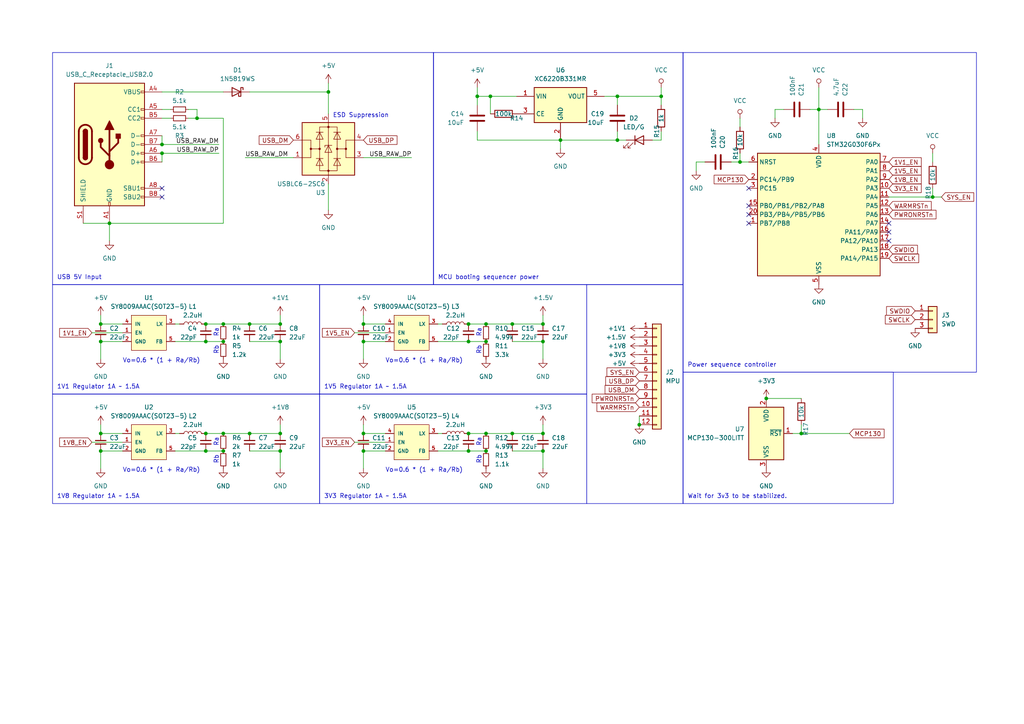
<source format=kicad_sch>
(kicad_sch (version 20230121) (generator eeschema)
  (paper "A4")
  (lib_symbols
    (symbol "Connector:USB_C_Receptacle_USB2.0" (pin_names (offset 1.016))
      (property "Reference" "J" (at -10.16 19.05 0))
      (property "Value" "USB_C_Receptacle_USB2.0" (at 19.05 19.05 0))
      (symbol "USB_C_Receptacle_USB2.0_1_1"
        (pin passive line (at 0 -22.86 90) (length 5.08) (name "GND") (number "A1"))
        (pin passive line (at 0 -22.86 90) (length 5.08) hide (name "GND") (number "A12"))
        (pin passive line (at 15.24 15.24 180) (length 5.08) (name "VBUS") (number "A4"))
        (pin bidirectional line (at 15.24 10.16 180) (length 5.08) (name "CC1") (number "A5"))
        (pin bidirectional line (at 15.24 -2.54 180) (length 5.08) (name "D+") (number "A6"))
        (pin bidirectional line (at 15.24 2.54 180) (length 5.08) (name "D-") (number "A7"))
        (pin bidirectional line (at 15.24 -12.7 180) (length 5.08) (name "SBU1") (number "A8"))
        (pin passive line (at 15.24 15.24 180) (length 5.08) hide (name "VBUS") (number "A9"))
        (pin passive line (at 0 -22.86 90) (length 5.08) hide (name "GND") (number "B1"))
        (pin passive line (at 0 -22.86 90) (length 5.08) hide (name "GND") (number "B12"))
        (pin passive line (at 15.24 15.24 180) (length 5.08) hide (name "VBUS") (number "B4"))
        (pin bidirectional line (at 15.24 7.62 180) (length 5.08) (name "CC2") (number "B5"))
        (pin bidirectional line (at 15.24 -5.08 180) (length 5.08) (name "D+") (number "B6"))
        (pin bidirectional line (at 15.24 0 180) (length 5.08) (name "D-") (number "B7"))
        (pin bidirectional line (at 15.24 -15.24 180) (length 5.08) (name "SBU2") (number "B8"))
        (pin passive line (at 15.24 15.24 180) (length 5.08) hide (name "VBUS") (number "B9"))
        (pin passive line (at -7.62 -22.86 90) (length 5.08) (name "SHIELD") (number "S1"))
      )
    )
    (symbol "Connector_Generic:Conn_01x03" (pin_names (offset 1.016) hide)
      (property "Reference" "J" (at 0 5.08 0))
      (property "Value" "Conn_01x03" (at 0 -5.08 0))
      (symbol "Conn_01x03_1_1"
        (pin passive line (at -5.08 2.54 0) (length 3.81) (name "Pin_1") (number "1"))
        (pin passive line (at -5.08 0 0) (length 3.81) (name "Pin_2") (number "2"))
        (pin passive line (at -5.08 -2.54 0) (length 3.81) (name "Pin_3") (number "3"))
      )
    )
    (symbol "Connector_Generic:Conn_01x12" (pin_names (offset 1.016) hide)
      (property "Reference" "J" (at 0 15.24 0))
      (property "Value" "Conn_01x12" (at 0 -17.78 0))
      (symbol "Conn_01x12_1_1"
        (pin passive line (at -5.08 12.7 0) (length 3.81) (name "Pin_1") (number "1"))
        (pin passive line (at -5.08 -10.16 0) (length 3.81) (name "Pin_10") (number "10"))
        (pin passive line (at -5.08 -12.7 0) (length 3.81) (name "Pin_11") (number "11"))
        (pin passive line (at -5.08 -15.24 0) (length 3.81) (name "Pin_12") (number "12"))
        (pin passive line (at -5.08 10.16 0) (length 3.81) (name "Pin_2") (number "2"))
        (pin passive line (at -5.08 7.62 0) (length 3.81) (name "Pin_3") (number "3"))
        (pin passive line (at -5.08 5.08 0) (length 3.81) (name "Pin_4") (number "4"))
        (pin passive line (at -5.08 2.54 0) (length 3.81) (name "Pin_5") (number "5"))
        (pin passive line (at -5.08 0 0) (length 3.81) (name "Pin_6") (number "6"))
        (pin passive line (at -5.08 -2.54 0) (length 3.81) (name "Pin_7") (number "7"))
        (pin passive line (at -5.08 -5.08 0) (length 3.81) (name "Pin_8") (number "8"))
        (pin passive line (at -5.08 -7.62 0) (length 3.81) (name "Pin_9") (number "9"))
      )
    )
    (symbol "Device:C" (pin_numbers hide) (pin_names (offset 0.254))
      (property "Reference" "C" (at 0.635 2.54 0))
      (property "Value" "C" (at 0.635 -2.54 0))
      (symbol "C_1_1"
        (pin passive line (at 0 3.81 270) (length 2.794) (name "~") (number "1"))
        (pin passive line (at 0 -3.81 90) (length 2.794) (name "~") (number "2"))
      )
    )
    (symbol "Device:C_Small" (pin_numbers hide) (pin_names (offset 0.254) hide)
      (property "Reference" "C" (at 0.254 1.778 0))
      (property "Value" "C_Small" (at 0.254 -2.032 0))
      (symbol "C_Small_1_1"
        (pin passive line (at 0 2.54 270) (length 2.032) (name "~") (number "1"))
        (pin passive line (at 0 -2.54 90) (length 2.032) (name "~") (number "2"))
      )
    )
    (symbol "Device:L" (pin_numbers hide) (pin_names (offset 1.016) hide)
      (property "Reference" "L" (at -1.27 0 90))
      (property "Value" "L" (at 1.905 0 90))
      (symbol "L_1_1"
        (pin passive line (at 0 3.81 270) (length 1.27) (name "1") (number "1"))
        (pin passive line (at 0 -3.81 90) (length 1.27) (name "2") (number "2"))
      )
    )
    (symbol "Device:LED" (pin_numbers hide) (pin_names (offset 1.016) hide)
      (property "Reference" "D" (at 0 2.54 0))
      (property "Value" "LED" (at 0 -2.54 0))
      (symbol "LED_1_1"
        (pin passive line (at -3.81 0 0) (length 2.54) (name "K") (number "1"))
        (pin passive line (at 3.81 0 180) (length 2.54) (name "A") (number "2"))
      )
    )
    (symbol "Device:R" (pin_numbers hide) (pin_names (offset 0))
      (property "Reference" "R" (at 2.032 0 90))
      (property "Value" "R" (at 0 0 90))
      (symbol "R_1_1"
        (pin passive line (at 0 3.81 270) (length 1.27) (name "~") (number "1"))
        (pin passive line (at 0 -3.81 90) (length 1.27) (name "~") (number "2"))
      )
    )
    (symbol "Device:R_Small" (pin_numbers hide) (pin_names (offset 0.254) hide)
      (property "Reference" "R" (at 0.762 0.508 0))
      (property "Value" "R_Small" (at 0.762 -1.016 0))
      (symbol "R_Small_1_1"
        (pin passive line (at 0 2.54 270) (length 0.762) (name "~") (number "1"))
        (pin passive line (at 0 -2.54 90) (length 0.762) (name "~") (number "2"))
      )
    )
    (symbol "Diode:1N5819WS" (pin_numbers hide) (pin_names (offset 1.016) hide)
      (property "Reference" "D" (at 0 2.54 0))
      (property "Value" "1N5819WS" (at 0 -2.54 0))
      (symbol "1N5819WS_1_1"
        (pin passive line (at -3.81 0 0) (length 2.54) (name "K") (number "1"))
        (pin passive line (at 3.81 0 180) (length 2.54) (name "A") (number "2"))
      )
    )
    (symbol "MCU_ST_STM32G0:STM32G030F6Px"
      (property "Reference" "U" (at -17.78 19.05 0))
      (property "Value" "STM32G030F6Px" (at 2.54 19.05 0))
      (symbol "STM32G030F6Px_1_1"
        (pin bidirectional line (at -20.32 -2.54 0) (length 2.54) (name "PB7/PB8") (number "1"))
        (pin bidirectional line (at 20.32 7.62 180) (length 2.54) (name "PA3") (number "10"))
        (pin bidirectional line (at 20.32 5.08 180) (length 2.54) (name "PA4") (number "11"))
        (pin bidirectional line (at 20.32 2.54 180) (length 2.54) (name "PA5") (number "12"))
        (pin bidirectional line (at 20.32 0 180) (length 2.54) (name "PA6") (number "13"))
        (pin bidirectional line (at 20.32 -2.54 180) (length 2.54) (name "PA7") (number "14"))
        (pin bidirectional line (at -20.32 2.54 0) (length 2.54) (name "PB0/PB1/PB2/PA8") (number "15"))
        (pin bidirectional line (at 20.32 -5.08 180) (length 2.54) (name "PA11/PA9") (number "16"))
        (pin bidirectional line (at 20.32 -7.62 180) (length 2.54) (name "PA12/PA10") (number "17"))
        (pin bidirectional line (at 20.32 -10.16 180) (length 2.54) (name "PA13") (number "18"))
        (pin bidirectional line (at 20.32 -12.7 180) (length 2.54) (name "PA14/PA15") (number "19"))
        (pin bidirectional line (at -20.32 10.16 0) (length 2.54) (name "PC14/PB9") (number "2"))
        (pin bidirectional line (at -20.32 0 0) (length 2.54) (name "PB3/PB4/PB5/PB6") (number "20"))
        (pin bidirectional line (at -20.32 7.62 0) (length 2.54) (name "PC15") (number "3"))
        (pin power_in line (at 0 20.32 270) (length 2.54) (name "VDD") (number "4"))
        (pin power_in line (at 0 -20.32 90) (length 2.54) (name "VSS") (number "5"))
        (pin input line (at -20.32 15.24 0) (length 2.54) (name "NRST") (number "6"))
        (pin bidirectional line (at 20.32 15.24 180) (length 2.54) (name "PA0") (number "7"))
        (pin bidirectional line (at 20.32 12.7 180) (length 2.54) (name "PA1") (number "8"))
        (pin bidirectional line (at 20.32 10.16 180) (length 2.54) (name "PA2") (number "9"))
      )
    )
    (symbol "OLIMEX_IC:SY8009AAAC(SOT23-5)" (pin_names (offset 1.016))
      (property "Reference" "U" (at -3.81 6.35 0))
      (property "Value" "SY8009AAAC(SOT23-5)" (at -10.16 -7.62 0))
      (symbol "SY8009AAAC(SOT23-5)_1_1"
        (pin input line (at -7.62 0 0) (length 2.54) (name "EN") (number "1"))
        (pin power_in line (at -7.62 -2.54 0) (length 2.54) (name "GND") (number "2"))
        (pin output line (at 7.62 2.54 180) (length 2.54) (name "LX") (number "3"))
        (pin input line (at -7.62 2.54 0) (length 2.54) (name "IN") (number "4"))
        (pin input line (at 7.62 -2.54 180) (length 2.54) (name "FB") (number "5"))
      )
    )
    (symbol "OLIMEX_Power:+1.5V" (power) (pin_names (offset 0))
      (property "Value" "+1.5V" (at 0 3.556 0))
      (symbol "+1.5V_1_1"
        (pin power_in line (at 0 0 90) (length 0) hide (name "+1.5V") (number "1"))
      )
    )
    (symbol "OLIMEX_Power:+1.8V" (power) (pin_names (offset 0))
      (property "Value" "+1.8V" (at 0 3.556 0))
      (symbol "+1.8V_1_1"
        (pin power_in line (at 0 0 90) (length 0) hide (name "+1V8") (number "1"))
      )
    )
    (symbol "OLIMEX_Power:+3.3V" (power) (pin_names (offset 0))
      (property "Value" "+3.3V" (at 0 3.556 0))
      (symbol "+3.3V_1_1"
        (pin power_in line (at 0 0 90) (length 0) hide (name "+3V3") (number "1"))
      )
    )
    (symbol "OLIMEX_Power:+5V" (power) (pin_names (offset 0))
      (property "Value" "+5V" (at 0 3.556 0))
      (symbol "+5V_1_1"
        (pin power_in line (at 0 0 90) (length 0) hide (name "+5V") (number "1"))
      )
    )
    (symbol "OLIMEX_Power:GND" (power) (pin_names (offset 0))
      (property "Value" "GND" (at 0 -3.81 0))
      (symbol "GND_1_1"
        (pin power_in line (at 0 0 270) (length 0) hide (name "GND") (number "1"))
      )
    )
    (symbol "OLIMEX_Power:VCC" (power) (pin_names (offset 0))
      (property "Value" "VCC" (at 0 3.81 0))
      (symbol "VCC_1_1"
        (pin power_in line (at 0 0 90) (length 0) hide (name "VCC") (number "1"))
      )
    )
    (symbol "Power_Protection:USBLC6-2SC6" (pin_names hide)
      (property "Reference" "U" (at 2.54 8.89 0))
      (property "Value" "USBLC6-2SC6" (at 2.54 -8.89 0))
      (symbol "USBLC6-2SC6_1_1"
        (pin passive line (at -10.16 -2.54 0) (length 2.54) (name "I/O1") (number "1"))
        (pin passive line (at 0 -10.16 90) (length 2.54) (name "GND") (number "2"))
        (pin passive line (at 10.16 -2.54 180) (length 2.54) (name "I/O2") (number "3"))
        (pin passive line (at 10.16 2.54 180) (length 2.54) (name "I/O2") (number "4"))
        (pin passive line (at 0 10.16 270) (length 2.54) (name "VBUS") (number "5"))
        (pin passive line (at -10.16 2.54 0) (length 2.54) (name "I/O1") (number "6"))
      )
    )
    (symbol "Power_Supervisor:MCP130-xxxxTT"
      (property "Reference" "U" (at -5.08 8.89 0))
      (property "Value" "MCP130-xxxxTT" (at 8.89 8.89 0))
      (symbol "MCP130-xxxxTT_1_1"
        (pin open_collector line (at 7.62 0 180) (length 2.54) (name "~{RST}") (number "1"))
        (pin power_in line (at 0 10.16 270) (length 2.54) (name "VDD") (number "2"))
        (pin power_in line (at 0 -10.16 90) (length 2.54) (name "VSS") (number "3"))
      )
    )
    (symbol "Regulator_Linear:XC6220B331MR"
      (property "Reference" "U" (at 0 8.89 0))
      (property "Value" "XC6220B331MR" (at 0 6.35 0))
      (symbol "XC6220B331MR_1_1"
        (pin power_in line (at -12.7 2.54 0) (length 5.08) (name "VIN") (number "1"))
        (pin power_in line (at 0 -10.16 90) (length 5.08) (name "GND") (number "2"))
        (pin input line (at -12.7 -2.54 0) (length 5.08) (name "CE") (number "3"))
        (pin no_connect line (at 7.62 -2.54 180) (length 5.08) hide (name "NC") (number "4"))
        (pin power_out line (at 12.7 2.54 180) (length 5.08) (name "VOUT") (number "5"))
      )
    )
    (symbol "power:+1V1" (power) (pin_names (offset 0))
      (property "Value" "+1V1" (at 0 3.556 0))
      (symbol "+1V1_1_1"
        (pin power_in line (at 0 0 90) (length 0) hide (name "+1V1") (number "1"))
      )
    )
    (symbol "power:GND" (power) (pin_names (offset 0))
      (property "Value" "GND" (at 0 -3.81 0))
      (symbol "GND_1_1"
        (pin power_in line (at 0 0 270) (length 0) hide (name "GND") (number "1"))
      )
    )
  )
  (junction (at 148.59 93.98))
  (junction (at 64.77 99.06))
  (junction (at 157.48 130.81))
  (junction (at 140.97 99.06))
  (junction (at 232.41 125.73))
  (junction (at 237.49 31.75))
  (junction (at 31.75 64.77))
  (junction (at 179.07 40.64))
  (junction (at 81.28 130.81))
  (junction (at 46.99 44.45))
  (junction (at 157.48 93.98))
  (junction (at 135.89 125.73))
  (junction (at 105.41 99.06))
  (junction (at 29.21 125.73))
  (junction (at 185.42 123.19))
  (junction (at 138.43 27.94))
  (junction (at 95.25 26.67))
  (junction (at 59.69 125.73))
  (junction (at 191.77 27.94))
  (junction (at 142.24 27.94))
  (junction (at 140.97 93.98))
  (junction (at 59.69 99.06))
  (junction (at 72.39 125.73))
  (junction (at 135.89 93.98))
  (junction (at 135.89 130.81))
  (junction (at 157.48 99.06))
  (junction (at 270.51 57.15))
  (junction (at 140.97 130.81))
  (junction (at 105.41 93.98))
  (junction (at 46.99 41.91))
  (junction (at 135.89 99.06))
  (junction (at 59.69 93.98))
  (junction (at 29.21 99.06))
  (junction (at 81.28 93.98))
  (junction (at 179.07 27.94))
  (junction (at 29.21 130.81))
  (junction (at 29.21 93.98))
  (junction (at 105.41 130.81))
  (junction (at 59.69 130.81))
  (junction (at 57.15 34.29))
  (junction (at 148.59 125.73))
  (junction (at 81.28 99.06))
  (junction (at 72.39 93.98))
  (junction (at 140.97 125.73))
  (junction (at 162.56 40.64))
  (junction (at 214.63 46.99))
  (junction (at 64.77 93.98))
  (junction (at 81.28 125.73))
  (junction (at 64.77 130.81))
  (junction (at 64.77 125.73))
  (junction (at 222.25 115.57))
  (junction (at 157.48 125.73))
  (junction (at 105.41 125.73))
  (no_connect (at 257.81 67.31))
  (no_connect (at 217.17 64.77))
  (no_connect (at 257.81 64.77))
  (no_connect (at 217.17 59.69))
  (no_connect (at 46.99 57.15))
  (no_connect (at 46.99 54.61))
  (no_connect (at 217.17 54.61))
  (no_connect (at 257.81 69.85))
  (no_connect (at 217.17 62.23))
  (wire (pts (xy 148.59 93.98) (xy 157.48 93.98)))
  (wire (pts (xy 95.25 53.34) (xy 95.25 60.96)))
  (wire (pts (xy 201.93 49.53) (xy 201.93 46.99)))
  (wire (pts (xy 29.21 99.06) (xy 29.21 104.14)))
  (wire (pts (xy 105.41 130.81) (xy 111.76 130.81)))
  (wire (pts (xy 46.99 26.67) (xy 64.77 26.67)))
  (wire (pts (xy 214.63 44.45) (xy 214.63 46.99)))
  (wire (pts (xy 138.43 27.94) (xy 138.43 30.48)))
  (wire (pts (xy 57.15 31.75) (xy 57.15 34.29)))
  (wire (pts (xy 135.89 99.06) (xy 140.97 99.06)))
  (wire (pts (xy 127 99.06) (xy 135.89 99.06)))
  (wire (pts (xy 191.77 25.4) (xy 191.77 27.94)))
  (wire (pts (xy 201.93 46.99) (xy 204.47 46.99)))
  (wire (pts (xy 105.41 130.81) (xy 105.41 135.89)))
  (wire (pts (xy 179.07 40.64) (xy 181.61 40.64)))
  (wire (pts (xy 224.79 31.75) (xy 227.33 31.75)))
  (wire (pts (xy 179.07 30.48) (xy 179.07 27.94)))
  (wire (pts (xy 191.77 27.94) (xy 191.77 30.48)))
  (wire (pts (xy 81.28 91.44) (xy 81.28 93.98)))
  (wire (pts (xy 46.99 46.99) (xy 46.99 44.45)))
  (wire (pts (xy 81.28 104.14) (xy 81.28 99.06)))
  (wire (pts (xy 138.43 25.4) (xy 138.43 27.94)))
  (wire (pts (xy 59.69 99.06) (xy 64.77 99.06)))
  (wire (pts (xy 270.51 44.45) (xy 270.51 46.99)))
  (wire (pts (xy 234.95 31.75) (xy 237.49 31.75)))
  (wire (pts (xy 127 130.81) (xy 135.89 130.81)))
  (wire (pts (xy 29.21 99.06) (xy 35.56 99.06)))
  (wire (pts (xy 157.48 99.06) (xy 148.59 99.06)))
  (wire (pts (xy 240.03 31.75) (xy 237.49 31.75)))
  (wire (pts (xy 64.77 34.29) (xy 57.15 34.29)))
  (wire (pts (xy 59.69 93.98) (xy 64.77 93.98)))
  (wire (pts (xy 135.89 93.98) (xy 140.97 93.98)))
  (wire (pts (xy 29.21 130.81) (xy 35.56 130.81)))
  (wire (pts (xy 46.99 44.45) (xy 63.5 44.45)))
  (wire (pts (xy 179.07 27.94) (xy 175.26 27.94)))
  (wire (pts (xy 273.05 57.15) (xy 270.51 57.15)))
  (wire (pts (xy 64.77 64.77) (xy 31.75 64.77)))
  (wire (pts (xy 59.69 125.73) (xy 64.77 125.73)))
  (wire (pts (xy 138.43 27.94) (xy 142.24 27.94)))
  (wire (pts (xy 157.48 91.44) (xy 157.48 93.98)))
  (wire (pts (xy 191.77 38.1) (xy 191.77 40.64)))
  (wire (pts (xy 128.27 125.73) (xy 127 125.73)))
  (wire (pts (xy 212.09 46.99) (xy 214.63 46.99)))
  (wire (pts (xy 237.49 31.75) (xy 237.49 41.91)))
  (wire (pts (xy 64.77 34.29) (xy 64.77 64.77)))
  (wire (pts (xy 140.97 125.73) (xy 148.59 125.73)))
  (wire (pts (xy 26.67 96.52) (xy 35.56 96.52)))
  (wire (pts (xy 54.61 31.75) (xy 57.15 31.75)))
  (wire (pts (xy 237.49 25.4) (xy 237.49 31.75)))
  (wire (pts (xy 142.24 27.94) (xy 149.86 27.94)))
  (wire (pts (xy 72.39 125.73) (xy 81.28 125.73)))
  (wire (pts (xy 64.77 125.73) (xy 72.39 125.73)))
  (wire (pts (xy 102.87 96.52) (xy 111.76 96.52)))
  (wire (pts (xy 179.07 27.94) (xy 191.77 27.94)))
  (wire (pts (xy 26.67 128.27) (xy 35.56 128.27)))
  (wire (pts (xy 72.39 26.67) (xy 95.25 26.67)))
  (wire (pts (xy 31.75 69.85) (xy 31.75 64.77)))
  (wire (pts (xy 128.27 93.98) (xy 127 93.98)))
  (wire (pts (xy 105.41 99.06) (xy 111.76 99.06)))
  (wire (pts (xy 138.43 40.64) (xy 162.56 40.64)))
  (wire (pts (xy 162.56 43.18) (xy 162.56 40.64)))
  (wire (pts (xy 105.41 93.98) (xy 111.76 93.98)))
  (wire (pts (xy 135.89 125.73) (xy 140.97 125.73)))
  (wire (pts (xy 29.21 93.98) (xy 35.56 93.98)))
  (wire (pts (xy 71.12 45.72) (xy 85.09 45.72)))
  (wire (pts (xy 54.61 34.29) (xy 57.15 34.29)))
  (wire (pts (xy 49.53 34.29) (xy 46.99 34.29)))
  (wire (pts (xy 232.41 123.19) (xy 232.41 125.73)))
  (wire (pts (xy 72.39 93.98) (xy 81.28 93.98)))
  (wire (pts (xy 29.21 130.81) (xy 29.21 135.89)))
  (wire (pts (xy 29.21 125.73) (xy 35.56 125.73)))
  (wire (pts (xy 50.8 130.81) (xy 59.69 130.81)))
  (wire (pts (xy 185.42 120.65) (xy 185.42 123.19)))
  (wire (pts (xy 270.51 54.61) (xy 270.51 57.15)))
  (wire (pts (xy 50.8 99.06) (xy 59.69 99.06)))
  (wire (pts (xy 270.51 57.15) (xy 257.81 57.15)))
  (wire (pts (xy 222.25 115.57) (xy 232.41 115.57)))
  (wire (pts (xy 105.41 125.73) (xy 111.76 125.73)))
  (wire (pts (xy 29.21 123.19) (xy 29.21 125.73)))
  (wire (pts (xy 138.43 38.1) (xy 138.43 40.64)))
  (wire (pts (xy 49.53 31.75) (xy 46.99 31.75)))
  (wire (pts (xy 81.28 123.19) (xy 81.28 125.73)))
  (wire (pts (xy 95.25 33.02) (xy 95.25 26.67)))
  (wire (pts (xy 105.41 123.19) (xy 105.41 125.73)))
  (wire (pts (xy 157.48 135.89) (xy 157.48 130.81)))
  (wire (pts (xy 119.38 45.72) (xy 105.41 45.72)))
  (wire (pts (xy 214.63 34.29) (xy 214.63 36.83)))
  (wire (pts (xy 52.07 93.98) (xy 50.8 93.98)))
  (wire (pts (xy 214.63 46.99) (xy 217.17 46.99)))
  (wire (pts (xy 59.69 130.81) (xy 64.77 130.81)))
  (wire (pts (xy 142.24 27.94) (xy 142.24 33.02)))
  (wire (pts (xy 81.28 130.81) (xy 72.39 130.81)))
  (wire (pts (xy 102.87 128.27) (xy 111.76 128.27)))
  (wire (pts (xy 24.13 64.77) (xy 31.75 64.77)))
  (wire (pts (xy 81.28 99.06) (xy 72.39 99.06)))
  (wire (pts (xy 191.77 40.64) (xy 189.23 40.64)))
  (wire (pts (xy 157.48 104.14) (xy 157.48 99.06)))
  (wire (pts (xy 64.77 93.98) (xy 72.39 93.98)))
  (wire (pts (xy 135.89 130.81) (xy 140.97 130.81)))
  (wire (pts (xy 232.41 125.73) (xy 246.38 125.73)))
  (wire (pts (xy 148.59 125.73) (xy 157.48 125.73)))
  (wire (pts (xy 81.28 135.89) (xy 81.28 130.81)))
  (wire (pts (xy 250.19 34.29) (xy 250.19 31.75)))
  (wire (pts (xy 105.41 99.06) (xy 105.41 104.14)))
  (wire (pts (xy 46.99 41.91) (xy 63.5 41.91)))
  (wire (pts (xy 229.87 125.73) (xy 232.41 125.73)))
  (wire (pts (xy 250.19 31.75) (xy 247.65 31.75)))
  (wire (pts (xy 162.56 40.64) (xy 179.07 40.64)))
  (wire (pts (xy 29.21 91.44) (xy 29.21 93.98)))
  (wire (pts (xy 105.41 91.44) (xy 105.41 93.98)))
  (wire (pts (xy 224.79 34.29) (xy 224.79 31.75)))
  (wire (pts (xy 46.99 39.37) (xy 46.99 41.91)))
  (wire (pts (xy 52.07 125.73) (xy 50.8 125.73)))
  (wire (pts (xy 179.07 38.1) (xy 179.07 40.64)))
  (wire (pts (xy 95.25 24.13) (xy 95.25 26.67)))
  (wire (pts (xy 140.97 93.98) (xy 148.59 93.98)))
  (wire (pts (xy 157.48 123.19) (xy 157.48 125.73)))
  (wire (pts (xy 157.48 130.81) (xy 148.59 130.81)))
  (rectangle (start 92.71 82.55) (end 170.18 114.3))
  (rectangle (start 198.12 107.95) (end 259.08 146.05))
  (rectangle (start 15.24 82.55) (end 92.71 114.3))
  (rectangle (start 125.73 15.24) (end 198.12 82.55))
  (rectangle (start 15.24 15.24) (end 125.73 82.55))
  (rectangle (start 92.71 114.3) (end 170.18 146.05))
  (rectangle (start 15.24 114.3) (end 92.71 146.05))
  (rectangle (start 170.18 82.55) (end 198.12 146.05))
  (rectangle (start 198.12 15.24) (end 283.21 107.95))
  (text "Ra" (at 63.5 129.54 90) (effects (font (size 1.27 1.27)) (justify left bottom)))
  (text "Rb" (at 63.5 102.87 90) (effects (font (size 1.27 1.27)) (justify left bottom)))
  (text "Rb" (at 139.7 102.87 90) (effects (font (size 1.27 1.27)) (justify left bottom)))
  (text "MCU booting sequencer power" (at 127 81.28 0) (effects (font (size 1.27 1.27)) (justify left bottom)))
  (text "1V5 Regulator 1A ~ 1.5A" (at 93.98 113.03 0) (effects (font (size 1.27 1.27)) (justify left bottom)))
  (text "Vo=0.6 * (1 + Ra/Rb)" (at 35.56 137.16 0) (effects (font (size 1.27 1.27)) (justify left bottom)))
  (text "1V8 Regulator 1A ~ 1.5A" (at 16.51 144.78 0) (effects (font (size 1.27 1.27)) (justify left bottom)))
  (text "Rb" (at 63.5 134.62 90) (effects (font (size 1.27 1.27)) (justify left bottom)))
  (text "Vo=0.6 * (1 + Ra/Rb)" (at 35.56 105.41 0) (effects (font (size 1.27 1.27)) (justify left bottom)))
  (text "Ra" (at 63.5 97.79 90) (effects (font (size 1.27 1.27)) (justify left bottom)))
  (text "3V3 Regulator 1A ~ 1.5A" (at 93.98 144.78 0) (effects (font (size 1.27 1.27)) (justify left bottom)))
  (text "Ra" (at 139.7 97.79 90) (effects (font (size 1.27 1.27)) (justify left bottom)))
  (text "ESD Suppression" (at 96.52 34.29 0) (effects (font (size 1.27 1.27)) (justify left bottom)))
  (text "Vo=0.6 * (1 + Ra/Rb)" (at 111.76 105.41 0) (effects (font (size 1.27 1.27)) (justify left bottom)))
  (text "USB 5V Input" (at 16.51 81.28 0) (effects (font (size 1.27 1.27)) (justify left bottom)))
  (text "Rb" (at 139.7 134.62 90) (effects (font (size 1.27 1.27)) (justify left bottom)))
  (text "Vo=0.6 * (1 + Ra/Rb)" (at 111.76 137.16 0) (effects (font (size 1.27 1.27)) (justify left bottom)))
  (text "Power sequence controller" (at 199.39 106.68 0) (effects (font (size 1.27 1.27)) (justify left bottom)))
  (text "Ra" (at 139.7 129.54 90) (effects (font (size 1.27 1.27)) (justify left bottom)))
  (text "1V1 Regulator 1A ~ 1.5A" (at 16.51 113.03 0) (effects (font (size 1.27 1.27)) (justify left bottom)))
  (text "Wait for 3v3 to be stabilized." (at 199.39 144.78 0) (effects (font (size 1.27 1.27)) (justify left bottom)))
  (label "USB_RAW_DP" (at 63.5 44.45 180))
  (label "USB_RAW_DM" (at 63.5 41.91 180))
  (label "USB_RAW_DP" (at 119.38 45.72 180))
  (label "USB_RAW_DM" (at 71.12 45.72 0))
  (global_label "3V3_EN" (shape input) (at 102.87 128.27 180) (property "Intersheetrefs" "${INTERSHEET_REFS}" (effects hide)))
  (global_label "SYS_EN" (shape input) (at 185.42 107.95 180) (property "Intersheetrefs" "${INTERSHEET_REFS}" (effects hide)))
  (global_label "USB_DP" (shape input) (at 105.41 40.64 0) (property "Intersheetrefs" "${INTERSHEET_REFS}" (effects hide)))
  (global_label "SWCLK" (shape input) (at 257.81 74.93 0) (property "Intersheetrefs" "${INTERSHEET_REFS}" (effects hide)))
  (global_label "1V5_EN" (shape input) (at 102.87 96.52 180) (property "Intersheetrefs" "${INTERSHEET_REFS}" (effects hide)))
  (global_label "WARMRSTn" (shape input) (at 185.42 118.11 180) (property "Intersheetrefs" "${INTERSHEET_REFS}" (effects hide)))
  (global_label "PWRONRSTn" (shape input) (at 185.42 115.57 180) (property "Intersheetrefs" "${INTERSHEET_REFS}" (effects hide)))
  (global_label "PWRONRSTn" (shape input) (at 257.81 62.23 0) (property "Intersheetrefs" "${INTERSHEET_REFS}" (effects hide)))
  (global_label "1V1_EN" (shape input) (at 257.81 46.99 0) (property "Intersheetrefs" "${INTERSHEET_REFS}" (effects hide)))
  (global_label "SYS_EN" (shape input) (at 273.05 57.15 0) (property "Intersheetrefs" "${INTERSHEET_REFS}" (effects hide)))
  (global_label "MCP130" (shape input) (at 217.17 52.07 180) (property "Intersheetrefs" "${INTERSHEET_REFS}" (effects hide)))
  (global_label "SWDIO" (shape input) (at 265.43 90.17 180) (property "Intersheetrefs" "${INTERSHEET_REFS}" (effects hide)))
  (global_label "USB_DM" (shape input) (at 185.42 113.03 180) (property "Intersheetrefs" "${INTERSHEET_REFS}" (effects hide)))
  (global_label "1V1_EN" (shape input) (at 26.67 96.52 180) (property "Intersheetrefs" "${INTERSHEET_REFS}" (effects hide)))
  (global_label "1V8_EN" (shape input) (at 26.67 128.27 180) (property "Intersheetrefs" "${INTERSHEET_REFS}" (effects hide)))
  (global_label "SWCLK" (shape input) (at 265.43 92.71 180) (property "Intersheetrefs" "${INTERSHEET_REFS}" (effects hide)))
  (global_label "3V3_EN" (shape input) (at 257.81 54.61 0) (property "Intersheetrefs" "${INTERSHEET_REFS}" (effects hide)))
  (global_label "USB_DM" (shape input) (at 85.09 40.64 180) (property "Intersheetrefs" "${INTERSHEET_REFS}" (effects hide)))
  (global_label "1V5_EN" (shape input) (at 257.81 49.53 0) (property "Intersheetrefs" "${INTERSHEET_REFS}" (effects hide)))
  (global_label "USB_DP" (shape input) (at 185.42 110.49 180) (property "Intersheetrefs" "${INTERSHEET_REFS}" (effects hide)))
  (global_label "MCP130" (shape input) (at 246.38 125.73 0) (property "Intersheetrefs" "${INTERSHEET_REFS}" (effects hide)))
  (global_label "SWDIO" (shape input) (at 257.81 72.39 0) (property "Intersheetrefs" "${INTERSHEET_REFS}" (effects hide)))
  (global_label "WARMRSTn" (shape input) (at 257.81 59.69 0) (property "Intersheetrefs" "${INTERSHEET_REFS}" (effects hide)))
  (global_label "1V8_EN" (shape input) (at 257.81 52.07 0) (property "Intersheetrefs" "${INTERSHEET_REFS}" (effects hide)))
  (symbol (lib_id "Power_Supervisor:MCP130-xxxxTT") (at 222.25 125.73 0) (unit 1)
    (property "Reference" "U7" (at 215.9 124.46 0) (effects (justify right)))
    (property "Value" "MCP130-300LITT" (at 215.9 127 0) (effects (justify right)))
    (property "Footprint" "Package_TO_SOT_SMD:SOT-23" (effects hide))
    (property "Datasheet" "http://ww1.microchip.com/downloads/en/DeviceDoc/11184d.pdf" (effects hide))
  )
  (symbol (lib_id "power:+1V1") (at 81.28 91.44 0) (unit 1)
    (property "Reference" "#PWR08" (effects hide))
    (property "Value" "+1V1" (at 81.28 86.36 0))
  )
  (symbol (lib_id "OLIMEX_Power:+5V") (at 29.21 91.44 0) (unit 1)
    (property "Reference" "#PWR01" (effects hide))
    (property "Value" "+5V" (at 29.21 86.36 0))
  )
  (symbol (lib_id "OLIMEX_Power:+1.8V") (at 81.28 123.19 0) (unit 1)
    (property "Reference" "#PWR010" (effects hide))
    (property "Value" "+1.8V" (at 81.28 118.11 0))
  )
  (symbol (lib_id "OLIMEX_Power:GND") (at 105.41 135.89 0) (unit 1)
    (property "Reference" "#PWR017" (effects hide))
    (property "Value" "GND" (at 105.41 140.97 0))
  )
  (symbol (lib_id "Device:L") (at 55.88 93.98 90) (unit 1)
    (property "Reference" "L1" (at 55.88 88.9 90))
    (property "Value" "2.2uH" (at 55.88 91.44 90))
    (property "Footprint" "Inductor_SMD:L_0805_2012Metric" (effects hide))
  )
  (symbol (lib_id "Device:R_Small") (at 140.97 101.6 0) (unit 1)
    (property "Reference" "R11" (at 143.51 100.33 0) (effects (justify left)))
    (property "Value" "3.3k" (at 143.51 102.87 0) (effects (justify left)))
    (property "Footprint" "Resistor_SMD:R_0402_1005Metric" (effects hide))
  )
  (symbol (lib_id "Device:C_Small") (at 81.28 96.52 0) (unit 1)
    (property "Reference" "C8" (at 83.82 95.2563 0) (effects (justify left)))
    (property "Value" "22uF" (at 83.82 97.7963 0) (effects (justify left)))
    (property "Footprint" "Capacitor_SMD:C_0402_1005Metric" (effects hide))
  )
  (symbol (lib_id "Diode:1N5819WS") (at 68.58 26.67 0) (mirror y) (unit 1)
    (property "Reference" "D1" (at 68.8975 20.32 0))
    (property "Value" "1N5819WS" (at 68.8975 22.86 0))
    (property "Footprint" "Diode_SMD:D_SOD-323" (effects hide))
    (property "Datasheet" "https://datasheet.lcsc.com/lcsc/2204281430_Guangdong-Hottech-1N5819WS_C191023.pdf" (effects hide))
  )
  (symbol (lib_id "Device:C_Small") (at 157.48 96.52 0) (unit 1)
    (property "Reference" "C17" (at 160.02 95.2563 0) (effects (justify left)))
    (property "Value" "22uF" (at 160.02 97.7963 0) (effects (justify left)))
    (property "Footprint" "Capacitor_SMD:C_0402_1005Metric" (effects hide))
  )
  (symbol (lib_id "Device:C") (at 208.28 46.99 270) (mirror x) (unit 1)
    (property "Reference" "C20" (at 209.55 43.18 0) (effects (justify left)))
    (property "Value" "100nF" (at 207.01 43.18 0) (effects (justify left)))
    (property "Footprint" "Capacitor_SMD:C_0402_1005Metric" (effects hide))
  )
  (symbol (lib_id "OLIMEX_Power:VCC") (at 237.49 25.4 0) (unit 1)
    (property "Reference" "#PWR038" (effects hide))
    (property "Value" "VCC" (at 237.49 20.32 0))
  )
  (symbol (lib_id "Device:R_Small") (at 64.77 96.52 0) (unit 1)
    (property "Reference" "R4" (at 67.31 95.25 0) (effects (justify left)))
    (property "Value" "1k" (at 67.31 97.79 0) (effects (justify left)))
    (property "Footprint" "Resistor_SMD:R_0402_1005Metric" (effects hide))
  )
  (symbol (lib_id "OLIMEX_Power:+3.3V") (at 185.42 102.87 90) (unit 1)
    (property "Reference" "#PWR029" (effects hide))
    (property "Value" "+3.3V" (at 181.61 102.87 90) (effects (justify left)))
  )
  (symbol (lib_id "OLIMEX_Power:+3.3V") (at 157.48 123.19 0) (unit 1)
    (property "Reference" "#PWR023" (effects hide))
    (property "Value" "+3.3V" (at 157.48 118.11 0))
  )
  (symbol (lib_id "OLIMEX_Power:GND") (at 140.97 135.89 0) (unit 1)
    (property "Reference" "#PWR020" (effects hide))
    (property "Value" "GND" (at 140.97 140.97 0))
  )
  (symbol (lib_id "Power_Protection:USBLC6-2SC6") (at 95.25 43.18 0) (unit 1)
    (property "Reference" "U3" (at 94.3611 55.88 0) (effects (justify right)))
    (property "Value" "USBLC6-2SC6" (at 94.3611 53.34 0) (effects (justify right)))
    (property "Footprint" "Package_TO_SOT_SMD:SOT-23-6" (effects hide))
    (property "Datasheet" "https://www.st.com/resource/en/datasheet/usblc6-2.pdf" (effects hide))
  )
  (symbol (lib_id "Device:R") (at 191.77 34.29 180) (unit 1)
    (property "Reference" "R15" (at 190.5 38.1 90))
    (property "Value" "1k" (at 191.77 34.29 90))
    (property "Footprint" "Resistor_SMD:R_0603_1608Metric" (effects hide))
  )
  (symbol (lib_id "OLIMEX_Power:GND") (at 105.41 104.14 0) (unit 1)
    (property "Reference" "#PWR015" (effects hide))
    (property "Value" "GND" (at 105.41 109.22 0))
  )
  (symbol (lib_id "Device:C_Small") (at 72.39 128.27 0) (unit 1)
    (property "Reference" "C7" (at 74.93 127.0063 0) (effects (justify left)))
    (property "Value" "22uF" (at 74.93 129.5463 0) (effects (justify left)))
    (property "Footprint" "Capacitor_SMD:C_0402_1005Metric" (effects hide))
  )
  (symbol (lib_id "power:GND") (at 224.79 34.29 0) (unit 1)
    (property "Reference" "#PWR037" (effects hide))
    (property "Value" "GND" (at 224.79 39.37 0))
  )
  (symbol (lib_id "Device:C_Small") (at 135.89 96.52 0) (mirror y) (unit 1)
    (property "Reference" "C12" (at 133.35 95.2563 0) (effects (justify left)))
    (property "Value" "22pF" (at 133.35 97.7963 0) (effects (justify left)))
    (property "Footprint" "Capacitor_SMD:C_0402_1005Metric" (effects hide))
  )
  (symbol (lib_id "OLIMEX_Power:+1.5V") (at 157.48 91.44 0) (unit 1)
    (property "Reference" "#PWR021" (effects hide))
    (property "Value" "+1.5V" (at 157.48 86.36 0))
  )
  (symbol (lib_id "OLIMEX_Power:VCC") (at 191.77 25.4 0) (unit 1)
    (property "Reference" "#PWR032" (effects hide))
    (property "Value" "VCC" (at 191.77 20.32 0))
  )
  (symbol (lib_id "Device:R_Small") (at 64.77 128.27 0) (unit 1)
    (property "Reference" "R6" (at 67.31 127 0) (effects (justify left)))
    (property "Value" "2k" (at 67.31 129.54 0) (effects (justify left)))
    (property "Footprint" "Resistor_SMD:R_0402_1005Metric" (effects hide))
  )
  (symbol (lib_id "OLIMEX_Power:GND") (at 157.48 135.89 0) (unit 1)
    (property "Reference" "#PWR024" (effects hide))
    (property "Value" "GND" (at 157.48 140.97 0))
  )
  (symbol (lib_id "Regulator_Linear:XC6220B331MR") (at 162.56 30.48 0) (unit 1)
    (property "Reference" "U6" (at 162.56 20.32 0))
    (property "Value" "XC6220B331MR" (at 162.56 22.86 0))
    (property "Footprint" "Package_TO_SOT_SMD:SOT-23-5" (effects hide))
    (property "Datasheet" "https://www.torexsemi.com/file/xc6220/XC6220.pdf" (effects hide))
  )
  (symbol (lib_id "OLIMEX_Power:+1.8V") (at 185.42 100.33 90) (unit 1)
    (property "Reference" "#PWR028" (effects hide))
    (property "Value" "+1.8V" (at 181.61 100.33 90) (effects (justify left)))
  )
  (symbol (lib_id "Device:R") (at 146.05 33.02 270) (unit 1)
    (property "Reference" "R14" (at 149.86 34.29 90))
    (property "Value" "100k" (at 146.05 33.02 90))
    (property "Footprint" "Resistor_SMD:R_0603_1608Metric" (effects hide))
  )
  (symbol (lib_id "Device:C") (at 179.07 34.29 0) (mirror y) (unit 1)
    (property "Reference" "C19" (at 175.26 33.02 0) (effects (justify left)))
    (property "Value" "10uF" (at 175.26 35.56 0) (effects (justify left)))
    (property "Footprint" "Capacitor_SMD:C_0603_1608Metric" (effects hide))
  )
  (symbol (lib_id "Device:C_Small") (at 148.59 128.27 0) (unit 1)
    (property "Reference" "C16" (at 151.13 127.0063 0) (effects (justify left)))
    (property "Value" "22uF" (at 151.13 129.5463 0) (effects (justify left)))
    (property "Footprint" "Capacitor_SMD:C_0402_1005Metric" (effects hide))
  )
  (symbol (lib_id "OLIMEX_Power:GND") (at 157.48 104.14 0) (unit 1)
    (property "Reference" "#PWR022" (effects hide))
    (property "Value" "GND" (at 157.48 109.22 0))
  )
  (symbol (lib_id "Device:R") (at 214.63 40.64 180) (unit 1)
    (property "Reference" "R16" (at 213.36 44.45 90))
    (property "Value" "10k" (at 214.63 40.64 90))
    (property "Footprint" "Resistor_SMD:R_0402_1005Metric" (effects hide))
  )
  (symbol (lib_id "Device:R") (at 270.51 50.8 180) (unit 1)
    (property "Reference" "R18" (at 269.24 55.88 90))
    (property "Value" "10k" (at 270.51 50.8 90))
    (property "Footprint" "Resistor_SMD:R_0402_1005Metric" (effects hide))
  )
  (symbol (lib_id "Device:R_Small") (at 140.97 128.27 0) (unit 1)
    (property "Reference" "R12" (at 143.51 127 0) (effects (justify left)))
    (property "Value" "4.99k" (at 143.51 129.54 0) (effects (justify left)))
    (property "Footprint" "Resistor_SMD:R_0402_1005Metric" (effects hide))
  )
  (symbol (lib_id "OLIMEX_IC:SY8009AAAC(SOT23-5)") (at 119.38 96.52 0) (unit 1)
    (property "Reference" "U4" (at 119.38 86.36 0))
    (property "Value" "SY8009AAAC(SOT23-5)" (at 119.38 88.9 0))
    (property "Footprint" "OLIMEX_IC-FP:SOT-23-5" (effects hide))
  )
  (symbol (lib_id "OLIMEX_Power:GND") (at 81.28 104.14 0) (unit 1)
    (property "Reference" "#PWR09" (effects hide))
    (property "Value" "GND" (at 81.28 109.22 0))
  )
  (symbol (lib_id "Device:C_Small") (at 135.89 128.27 0) (mirror y) (unit 1)
    (property "Reference" "C13" (at 133.35 127.0063 0) (effects (justify left)))
    (property "Value" "22pF" (at 133.35 129.5463 0) (effects (justify left)))
    (property "Footprint" "Capacitor_SMD:C_0402_1005Metric" (effects hide))
  )
  (symbol (lib_id "OLIMEX_Power:GND") (at 64.77 104.14 0) (unit 1)
    (property "Reference" "#PWR06" (effects hide))
    (property "Value" "GND" (at 64.77 109.22 0))
  )
  (symbol (lib_id "OLIMEX_IC:SY8009AAAC(SOT23-5)") (at 43.18 128.27 0) (unit 1)
    (property "Reference" "U2" (at 43.18 118.11 0))
    (property "Value" "SY8009AAAC(SOT23-5)" (at 43.18 120.65 0))
    (property "Footprint" "OLIMEX_IC-FP:SOT-23-5" (effects hide))
  )
  (symbol (lib_id "OLIMEX_Power:GND") (at 31.75 69.85 0) (unit 1)
    (property "Reference" "#PWR05" (effects hide))
    (property "Value" "GND" (at 31.75 74.93 0))
  )
  (symbol (lib_id "Device:L") (at 132.08 93.98 90) (unit 1)
    (property "Reference" "L3" (at 132.08 88.9 90))
    (property "Value" "2.2uH" (at 132.08 91.44 90))
    (property "Footprint" "Inductor_SMD:L_0805_2012Metric" (effects hide))
  )
  (symbol (lib_id "Device:R_Small") (at 52.07 34.29 90) (mirror x) (unit 1)
    (property "Reference" "R3" (at 52.07 39.37 90))
    (property "Value" "5.1k" (at 52.07 36.83 90))
    (property "Footprint" "Resistor_SMD:R_0603_1608Metric" (effects hide))
  )
  (symbol (lib_id "power:+1V1") (at 185.42 95.25 90) (unit 1)
    (property "Reference" "#PWR026" (effects hide))
    (property "Value" "+1V1" (at 181.61 95.25 90) (effects (justify left)))
  )
  (symbol (lib_id "Device:C") (at 231.14 31.75 270) (mirror x) (unit 1)
    (property "Reference" "C21" (at 232.41 27.94 0) (effects (justify left)))
    (property "Value" "100nF" (at 229.87 27.94 0) (effects (justify left)))
    (property "Footprint" "Capacitor_SMD:C_0402_1005Metric" (effects hide))
  )
  (symbol (lib_id "OLIMEX_Power:+3.3V") (at 222.25 115.57 0) (unit 1)
    (property "Reference" "#PWR035" (effects hide))
    (property "Value" "+3.3V" (at 222.25 110.49 0))
  )
  (symbol (lib_id "Device:C_Small") (at 105.41 96.52 0) (unit 1)
    (property "Reference" "C10" (at 107.95 95.2563 0) (effects (justify left)))
    (property "Value" "22uF" (at 107.95 97.7963 0) (effects (justify left)))
    (property "Footprint" "Capacitor_SMD:C_0402_1005Metric" (effects hide))
  )
  (symbol (lib_id "OLIMEX_Power:+5V") (at 105.41 123.19 0) (unit 1)
    (property "Reference" "#PWR016" (effects hide))
    (property "Value" "+5V" (at 105.41 118.11 0))
  )
  (symbol (lib_id "OLIMEX_Power:VCC") (at 270.51 44.45 0) (unit 1)
    (property "Reference" "#PWR042" (effects hide))
    (property "Value" "VCC" (at 270.51 39.37 0))
  )
  (symbol (lib_id "Device:C_Small") (at 59.69 96.52 0) (mirror y) (unit 1)
    (property "Reference" "C4" (at 57.15 95.2563 0) (effects (justify left)))
    (property "Value" "22pF" (at 57.15 97.7963 0) (effects (justify left)))
    (property "Footprint" "Capacitor_SMD:C_0402_1005Metric" (effects hide))
  )
  (symbol (lib_id "OLIMEX_Power:+5V") (at 29.21 123.19 0) (unit 1)
    (property "Reference" "#PWR03" (effects hide))
    (property "Value" "+5V" (at 29.21 118.11 0))
  )
  (symbol (lib_id "power:GND") (at 201.93 49.53 0) (unit 1)
    (property "Reference" "#PWR033" (effects hide))
    (property "Value" "GND" (at 201.93 54.61 0))
  )
  (symbol (lib_id "power:GND") (at 250.19 34.29 0) (mirror y) (unit 1)
    (property "Reference" "#PWR040" (effects hide))
    (property "Value" "GND" (at 250.19 39.37 0))
  )
  (symbol (lib_id "Device:R_Small") (at 52.07 31.75 90) (unit 1)
    (property "Reference" "R2" (at 52.07 26.67 90))
    (property "Value" "5.1k" (at 52.07 29.21 90))
    (property "Footprint" "Resistor_SMD:R_0603_1608Metric" (effects hide))
  )
  (symbol (lib_id "OLIMEX_Power:GND") (at 81.28 135.89 0) (unit 1)
    (property "Reference" "#PWR011" (effects hide))
    (property "Value" "GND" (at 81.28 140.97 0))
  )
  (symbol (lib_id "OLIMEX_Power:VCC") (at 214.63 34.29 0) (unit 1)
    (property "Reference" "#PWR034" (effects hide))
    (property "Value" "VCC" (at 214.63 29.21 0))
  )
  (symbol (lib_id "OLIMEX_Power:+5V") (at 185.42 105.41 90) (unit 1)
    (property "Reference" "#PWR030" (effects hide))
    (property "Value" "+5V" (at 181.61 105.41 90) (effects (justify left)))
  )
  (symbol (lib_id "OLIMEX_Power:GND") (at 265.43 95.25 0) (unit 1)
    (property "Reference" "#PWR041" (effects hide))
    (property "Value" "GND" (at 265.43 100.33 0))
  )
  (symbol (lib_id "OLIMEX_Power:+5V") (at 138.43 25.4 0) (unit 1)
    (property "Reference" "#PWR018" (effects hide))
    (property "Value" "+5V" (at 138.43 20.32 0))
  )
  (symbol (lib_id "OLIMEX_IC:SY8009AAAC(SOT23-5)") (at 43.18 96.52 0) (unit 1)
    (property "Reference" "U1" (at 43.18 86.36 0))
    (property "Value" "SY8009AAAC(SOT23-5)" (at 43.18 88.9 0))
    (property "Footprint" "OLIMEX_IC-FP:SOT-23-5" (effects hide))
  )
  (symbol (lib_id "Connector:USB_C_Receptacle_USB2.0") (at 31.75 41.91 0) (unit 1)
    (property "Reference" "J1" (at 31.75 19.05 0))
    (property "Value" "USB_C_Receptacle_USB2.0" (at 31.75 21.59 0))
    (property "Footprint" "Connector_USB:USB_C_Receptacle_Palconn_UTC16-G" (effects hide))
    (property "Datasheet" "https://www.usb.org/sites/default/files/documents/usb_type-c.zip" (effects hide))
  )
  (symbol (lib_id "Device:C_Small") (at 105.41 128.27 0) (unit 1)
    (property "Reference" "C11" (at 107.95 127.0063 0) (effects (justify left)))
    (property "Value" "22uF" (at 107.95 129.5463 0) (effects (justify left)))
    (property "Footprint" "Capacitor_SMD:C_0402_1005Metric" (effects hide))
  )
  (symbol (lib_id "power:GND") (at 237.49 82.55 0) (unit 1)
    (property "Reference" "#PWR039" (effects hide))
    (property "Value" "GND" (at 237.49 87.63 0))
  )
  (symbol (lib_id "power:GND") (at 222.25 135.89 0) (unit 1)
    (property "Reference" "#PWR036" (effects hide))
    (property "Value" "GND" (at 222.25 140.97 0))
  )
  (symbol (lib_id "OLIMEX_Power:GND") (at 29.21 104.14 0) (unit 1)
    (property "Reference" "#PWR02" (effects hide))
    (property "Value" "GND" (at 29.21 109.22 0))
  )
  (symbol (lib_id "OLIMEX_Power:GND") (at 64.77 135.89 0) (unit 1)
    (property "Reference" "#PWR07" (effects hide))
    (property "Value" "GND" (at 64.77 140.97 0))
  )
  (symbol (lib_id "Device:C_Small") (at 148.59 96.52 0) (unit 1)
    (property "Reference" "C15" (at 151.13 95.2563 0) (effects (justify left)))
    (property "Value" "22uF" (at 151.13 97.7963 0) (effects (justify left)))
    (property "Footprint" "Capacitor_SMD:C_0402_1005Metric" (effects hide))
  )
  (symbol (lib_id "OLIMEX_Power:+5V") (at 105.41 91.44 0) (unit 1)
    (property "Reference" "#PWR014" (effects hide))
    (property "Value" "+5V" (at 105.41 86.36 0))
  )
  (symbol (lib_id "OLIMEX_Power:GND") (at 185.42 123.19 0) (unit 1)
    (property "Reference" "#PWR031" (effects hide))
    (property "Value" "GND" (at 185.42 128.27 0))
  )
  (symbol (lib_id "Device:C_Small") (at 29.21 128.27 0) (unit 1)
    (property "Reference" "C3" (at 31.75 127.0063 0) (effects (justify left)))
    (property "Value" "22uF" (at 31.75 129.5463 0) (effects (justify left)))
    (property "Footprint" "Capacitor_SMD:C_0402_1005Metric" (effects hide))
  )
  (symbol (lib_id "OLIMEX_IC:SY8009AAAC(SOT23-5)") (at 119.38 128.27 0) (unit 1)
    (property "Reference" "U5" (at 119.38 118.11 0))
    (property "Value" "SY8009AAAC(SOT23-5)" (at 119.38 120.65 0))
    (property "Footprint" "OLIMEX_IC-FP:SOT-23-5" (effects hide))
  )
  (symbol (lib_id "power:GND") (at 95.25 60.96 0) (unit 1)
    (property "Reference" "#PWR013" (effects hide))
    (property "Value" "GND" (at 95.25 66.04 0))
  )
  (symbol (lib_id "Device:R_Small") (at 64.77 101.6 0) (unit 1)
    (property "Reference" "R5" (at 67.31 100.33 0) (effects (justify left)))
    (property "Value" "1.2k" (at 67.31 102.87 0) (effects (justify left)))
    (property "Footprint" "Resistor_SMD:R_0402_1005Metric" (effects hide))
  )
  (symbol (lib_id "Device:C") (at 138.43 34.29 0) (mirror y) (unit 1)
    (property "Reference" "C14" (at 134.62 33.02 0) (effects (justify left)))
    (property "Value" "10uF" (at 134.62 35.56 0) (effects (justify left)))
    (property "Footprint" "Capacitor_SMD:C_0603_1608Metric" (effects hide))
  )
  (symbol (lib_id "Device:C") (at 243.84 31.75 270) (mirror x) (unit 1)
    (property "Reference" "C22" (at 245.11 27.94 0) (effects (justify left)))
    (property "Value" "4.7uF" (at 242.57 27.94 0) (effects (justify left)))
    (property "Footprint" "Capacitor_SMD:C_0603_1608Metric" (effects hide))
  )
  (symbol (lib_id "Device:C_Small") (at 29.21 96.52 0) (unit 1)
    (property "Reference" "C2" (at 31.75 95.2563 0) (effects (justify left)))
    (property "Value" "22uF" (at 31.75 97.7963 0) (effects (justify left)))
    (property "Footprint" "Capacitor_SMD:C_0402_1005Metric" (effects hide))
  )
  (symbol (lib_id "Device:C_Small") (at 59.69 128.27 0) (mirror y) (unit 1)
    (property "Reference" "C5" (at 57.15 127.0063 0) (effects (justify left)))
    (property "Value" "22pF" (at 57.15 129.5463 0) (effects (justify left)))
    (property "Footprint" "Capacitor_SMD:C_0402_1005Metric" (effects hide))
  )
  (symbol (lib_id "Device:C_Small") (at 72.39 96.52 0) (unit 1)
    (property "Reference" "C6" (at 74.93 95.2563 0) (effects (justify left)))
    (property "Value" "22uF" (at 74.93 97.7963 0) (effects (justify left)))
    (property "Footprint" "Capacitor_SMD:C_0402_1005Metric" (effects hide))
  )
  (symbol (lib_id "OLIMEX_Power:GND") (at 140.97 104.14 0) (unit 1)
    (property "Reference" "#PWR019" (effects hide))
    (property "Value" "GND" (at 140.97 109.22 0))
  )
  (symbol (lib_id "Device:L") (at 132.08 125.73 90) (unit 1)
    (property "Reference" "L4" (at 132.08 120.65 90))
    (property "Value" "2.2uH" (at 132.08 123.19 90))
    (property "Footprint" "Inductor_SMD:L_0805_2012Metric" (effects hide))
  )
  (symbol (lib_id "Device:R_Small") (at 140.97 96.52 0) (unit 1)
    (property "Reference" "R10" (at 143.51 95.25 0) (effects (justify left)))
    (property "Value" "4.99k" (at 143.51 97.79 0) (effects (justify left)))
    (property "Footprint" "Resistor_SMD:R_0402_1005Metric" (effects hide))
  )
  (symbol (lib_id "Device:R") (at 232.41 119.38 0) (mirror x) (unit 1)
    (property "Reference" "R17" (at 233.68 124.46 90))
    (property "Value" "10k" (at 232.41 119.38 90))
    (property "Footprint" "Resistor_SMD:R_0402_1005Metric" (effects hide))
  )
  (symbol (lib_id "Device:LED") (at 185.42 40.64 0) (unit 1)
    (property "Reference" "D2" (at 183.8325 34.29 0))
    (property "Value" "LED/G" (at 183.8325 36.83 0))
    (property "Footprint" "LED_SMD:LED_0805_2012Metric" (effects hide))
  )
  (symbol (lib_id "Connector_Generic:Conn_01x03") (at 270.51 92.71 0) (unit 1)
    (property "Reference" "J3" (at 273.05 91.44 0) (effects (justify left)))
    (property "Value" "SWD" (at 273.05 93.98 0) (effects (justify left)))
    (property "Footprint" "Connector_PinHeader_2.54mm:PinHeader_1x03_P2.54mm_Vertical" (effects hide))
  )
  (symbol (lib_id "Device:C_Small") (at 157.48 128.27 0) (unit 1)
    (property "Reference" "C18" (at 160.02 127.0063 0) (effects (justify left)))
    (property "Value" "22uF" (at 160.02 129.5463 0) (effects (justify left)))
    (property "Footprint" "Capacitor_SMD:C_0402_1005Metric" (effects hide))
  )
  (symbol (lib_id "OLIMEX_Power:GND") (at 29.21 135.89 0) (unit 1)
    (property "Reference" "#PWR04" (effects hide))
    (property "Value" "GND" (at 29.21 140.97 0))
  )
  (symbol (lib_id "Device:L") (at 55.88 125.73 90) (unit 1)
    (property "Reference" "L2" (at 55.88 120.65 90))
    (property "Value" "2.2uH" (at 55.88 123.19 90))
    (property "Footprint" "Inductor_SMD:L_0805_2012Metric" (effects hide))
  )
  (symbol (lib_id "Device:R_Small") (at 140.97 133.35 0) (unit 1)
    (property "Reference" "R13" (at 143.51 132.08 0) (effects (justify left)))
    (property "Value" "1.1k" (at 143.51 134.62 0) (effects (justify left)))
    (property "Footprint" "Resistor_SMD:R_0402_1005Metric" (effects hide))
  )
  (symbol (lib_id "Device:C_Small") (at 81.28 128.27 0) (unit 1)
    (property "Reference" "C9" (at 83.82 127.0063 0) (effects (justify left)))
    (property "Value" "22uF" (at 83.82 129.5463 0) (effects (justify left)))
    (property "Footprint" "Capacitor_SMD:C_0402_1005Metric" (effects hide))
  )
  (symbol (lib_id "OLIMEX_Power:+1.5V") (at 185.42 97.79 90) (unit 1)
    (property "Reference" "#PWR027" (effects hide))
    (property "Value" "+1.5V" (at 181.61 97.79 90) (effects (justify left)))
  )
  (symbol (lib_id "OLIMEX_Power:+5V") (at 95.25 24.13 0) (unit 1)
    (property "Reference" "#PWR012" (effects hide))
    (property "Value" "+5V" (at 95.25 19.05 0))
  )
  (symbol (lib_id "Connector_Generic:Conn_01x12") (at 190.5 107.95 0) (unit 1)
    (property "Reference" "J2" (at 193.04 107.95 0) (effects (justify left)))
    (property "Value" "MPU" (at 193.04 110.49 0) (effects (justify left)))
    (property "Footprint" "Connector_PinHeader_2.54mm:PinHeader_1x12_P2.54mm_Horizontal" (effects hide))
  )
  (symbol (lib_id "Device:R_Small") (at 64.77 133.35 0) (unit 1)
    (property "Reference" "R7" (at 67.31 132.08 0) (effects (justify left)))
    (property "Value" "1k" (at 67.31 134.62 0) (effects (justify left)))
    (property "Footprint" "Resistor_SMD:R_0402_1005Metric" (effects hide))
  )
  (symbol (lib_id "power:GND") (at 162.56 43.18 0) (unit 1)
    (property "Reference" "#PWR025" (effects hide))
    (property "Value" "GND" (at 162.56 48.26 0))
  )
  (symbol (lib_id "MCU_ST_STM32G0:STM32G030F6Px") (at 237.49 62.23 0) (unit 1)
    (property "Reference" "U8" (at 239.6841 39.37 0) (effects (justify left)))
    (property "Value" "STM32G030F6Px" (at 239.6841 41.91 0) (effects (justify left)))
    (property "Footprint" "Package_SO:TSSOP-20_4.4x6.5mm_P0.65mm" (effects hide))
    (property "Datasheet" "https://www.st.com/resource/en/datasheet/stm32g030f6.pdf" (effects hide))
  )
)
</source>
